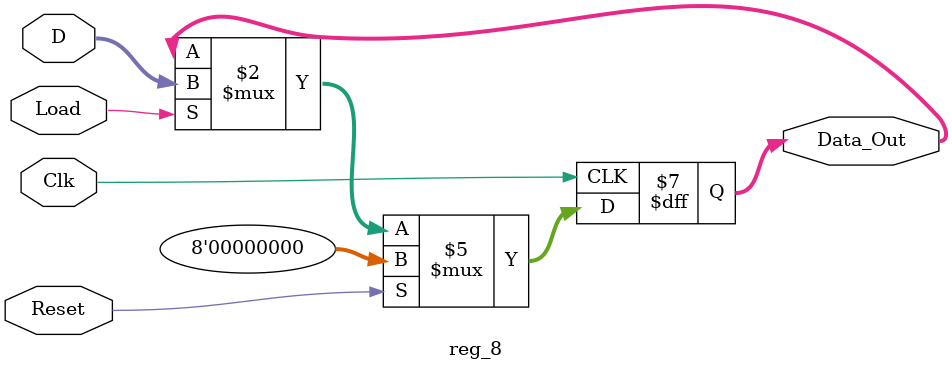
<source format=sv>
module reg_8 (input  logic Clk, Reset, Load,
	      input  logic [7:0]  D, // 8-bit extension
	      output logic [7:0]  Data_Out); // 8-bit extension

    always_ff @ (posedge Clk)
    begin
	 	 if (Reset) //notice, this is a sycnrhonous reset, which is recommended on the FPGA
			  Data_Out <= 8'h0;
		 else if (Load)
			  Data_Out <= D;
    end

endmodule

</source>
